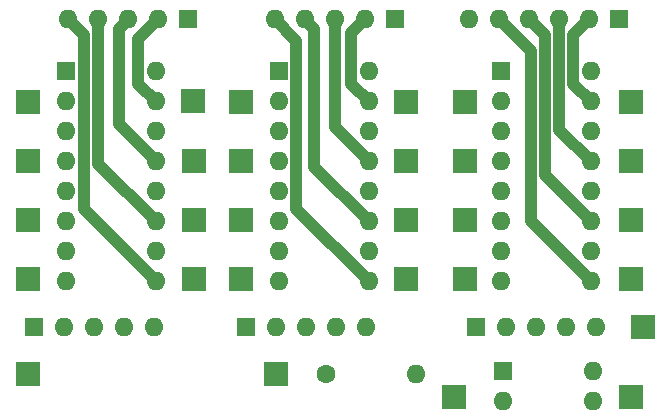
<source format=gbr>
%TF.GenerationSoftware,KiCad,Pcbnew,8.0.8-8.0.8-0~ubuntu22.04.1*%
%TF.CreationDate,2025-02-12T20:38:04+01:00*%
%TF.ProjectId,Optocopler,4f70746f-636f-4706-9c65-722e6b696361,rev?*%
%TF.SameCoordinates,Original*%
%TF.FileFunction,Copper,L1,Top*%
%TF.FilePolarity,Positive*%
%FSLAX46Y46*%
G04 Gerber Fmt 4.6, Leading zero omitted, Abs format (unit mm)*
G04 Created by KiCad (PCBNEW 8.0.8-8.0.8-0~ubuntu22.04.1) date 2025-02-12 20:38:04*
%MOMM*%
%LPD*%
G01*
G04 APERTURE LIST*
G04 Aperture macros list*
%AMRoundRect*
0 Rectangle with rounded corners*
0 $1 Rounding radius*
0 $2 $3 $4 $5 $6 $7 $8 $9 X,Y pos of 4 corners*
0 Add a 4 corners polygon primitive as box body*
4,1,4,$2,$3,$4,$5,$6,$7,$8,$9,$2,$3,0*
0 Add four circle primitives for the rounded corners*
1,1,$1+$1,$2,$3*
1,1,$1+$1,$4,$5*
1,1,$1+$1,$6,$7*
1,1,$1+$1,$8,$9*
0 Add four rect primitives between the rounded corners*
20,1,$1+$1,$2,$3,$4,$5,0*
20,1,$1+$1,$4,$5,$6,$7,0*
20,1,$1+$1,$6,$7,$8,$9,0*
20,1,$1+$1,$8,$9,$2,$3,0*%
G04 Aperture macros list end*
%TA.AperFunction,ComponentPad*%
%ADD10RoundRect,0.250001X-0.799999X-0.799999X0.799999X-0.799999X0.799999X0.799999X-0.799999X0.799999X0*%
%TD*%
%TA.AperFunction,ComponentPad*%
%ADD11R,1.600000X1.600000*%
%TD*%
%TA.AperFunction,ComponentPad*%
%ADD12O,1.600000X1.600000*%
%TD*%
%TA.AperFunction,ComponentPad*%
%ADD13C,1.600000*%
%TD*%
%TA.AperFunction,Conductor*%
%ADD14C,1.000000*%
%TD*%
G04 APERTURE END LIST*
D10*
%TO.P,J24,1,Pin_1*%
%TO.N,Net-(J24-Pin_1)*%
X149095000Y-98350000D03*
%TD*%
%TO.P,J17,1,Pin_1*%
%TO.N,Net-(J17-Pin_1)*%
X130095000Y-78350000D03*
%TD*%
%TO.P,J18,1,Pin_1*%
%TO.N,Net-(J18-Pin_1)*%
X130095000Y-73350000D03*
%TD*%
%TO.P,J16,1,Pin_1*%
%TO.N,Net-(J16-Pin_1)*%
X130095000Y-83350000D03*
%TD*%
%TO.P,J15,1,Pin_1*%
%TO.N,Net-(J15-Pin_1)*%
X130095000Y-88350000D03*
%TD*%
%TO.P,J13,1,Pin_1*%
%TO.N,Net-(J13-Pin_1)*%
X116095000Y-73350000D03*
%TD*%
%TO.P,J4,1,Pin_1*%
%TO.N,Net-(J4-Pin_1)*%
X98095000Y-78350000D03*
%TD*%
%TO.P,J2,1,Pin_1*%
%TO.N,Net-(J2-Pin_1)*%
X98095000Y-88350000D03*
%TD*%
%TO.P,J11,1,Pin_1*%
%TO.N,Net-(J11-Pin_1)*%
X116095000Y-83350000D03*
%TD*%
%TO.P,J8,1,Pin_1*%
%TO.N,Net-(J8-Pin_1)*%
X112095000Y-78350000D03*
%TD*%
%TO.P,J27,1,Pin_1*%
%TO.N,Net-(J27-Pin_1)*%
X149095000Y-83350000D03*
%TD*%
D11*
%TO.P,RN4,1,common*%
%TO.N,Net-(J25-Pin_1)*%
X111635000Y-66350000D03*
D12*
%TO.P,RN4,2,R1*%
%TO.N,Net-(J9-Pin_1)*%
X109095000Y-66350000D03*
%TO.P,RN4,3,R2*%
%TO.N,Net-(J8-Pin_1)*%
X106555000Y-66350000D03*
%TO.P,RN4,4,R3*%
%TO.N,Net-(J7-Pin_1)*%
X104015000Y-66350000D03*
%TO.P,RN4,5,R4*%
%TO.N,Net-(J6-Pin_1)*%
X101475000Y-66350000D03*
%TD*%
D11*
%TO.P,RN1,1,common*%
%TO.N,Net-(J1-Pin_1)*%
X98555000Y-92350000D03*
D12*
%TO.P,RN1,2,R1*%
%TO.N,Net-(RN1-R1)*%
X101095000Y-92350000D03*
%TO.P,RN1,3,R2*%
%TO.N,Net-(RN1-R2)*%
X103635000Y-92350000D03*
%TO.P,RN1,4,R3*%
%TO.N,Net-(RN1-R3)*%
X106175000Y-92350000D03*
%TO.P,RN1,5,R4*%
%TO.N,Net-(RN1-R4)*%
X108715000Y-92350000D03*
%TD*%
D10*
%TO.P,J21,1,Pin_1*%
%TO.N,Net-(J21-Pin_1)*%
X135095000Y-83350000D03*
%TD*%
%TO.P,J6,1,Pin_1*%
%TO.N,Net-(J6-Pin_1)*%
X112095000Y-88350000D03*
%TD*%
%TO.P,J7,1,Pin_1*%
%TO.N,Net-(J7-Pin_1)*%
X112095000Y-83350000D03*
%TD*%
%TO.P,J20,1,Pin_1*%
%TO.N,Net-(J20-Pin_1)*%
X135095000Y-88350000D03*
%TD*%
%TO.P,J19,1,Pin_1*%
%TO.N,Net-(J19-Pin_1)*%
X134095000Y-98350000D03*
%TD*%
D11*
%TO.P,U5,1*%
%TO.N,Net-(R1-Pad2)*%
X138295000Y-96075000D03*
D12*
%TO.P,U5,2*%
%TO.N,Net-(J19-Pin_1)*%
X138295000Y-98615000D03*
%TO.P,U5,3*%
%TO.N,Net-(J24-Pin_1)*%
X145915000Y-98615000D03*
%TO.P,U5,4*%
%TO.N,Net-(J25-Pin_1)*%
X145915000Y-96075000D03*
%TD*%
D10*
%TO.P,J1,1,Pin_1*%
%TO.N,Net-(J1-Pin_1)*%
X98095000Y-96350000D03*
%TD*%
%TO.P,J29,1,Pin_1*%
%TO.N,Net-(J29-Pin_1)*%
X149095000Y-73350000D03*
%TD*%
D11*
%TO.P,U6,1*%
%TO.N,Net-(RN3-R4)*%
X138095000Y-70750000D03*
D12*
%TO.P,U6,2*%
%TO.N,Net-(J23-Pin_1)*%
X138095000Y-73290000D03*
%TO.P,U6,3*%
%TO.N,Net-(RN3-R3)*%
X138095000Y-75830000D03*
%TO.P,U6,4*%
%TO.N,Net-(J22-Pin_1)*%
X138095000Y-78370000D03*
%TO.P,U6,5*%
%TO.N,Net-(RN3-R2)*%
X138095000Y-80910000D03*
%TO.P,U6,6*%
%TO.N,Net-(J21-Pin_1)*%
X138095000Y-83450000D03*
%TO.P,U6,7*%
%TO.N,Net-(RN3-R1)*%
X138095000Y-85990000D03*
%TO.P,U6,8*%
%TO.N,Net-(J20-Pin_1)*%
X138095000Y-88530000D03*
%TO.P,U6,9*%
%TO.N,Net-(J26-Pin_1)*%
X145715000Y-88530000D03*
%TO.P,U6,10*%
%TO.N,Net-(J25-Pin_1)*%
X145715000Y-85990000D03*
%TO.P,U6,11*%
%TO.N,Net-(J27-Pin_1)*%
X145715000Y-83450000D03*
%TO.P,U6,12*%
%TO.N,Net-(J25-Pin_1)*%
X145715000Y-80910000D03*
%TO.P,U6,13*%
%TO.N,Net-(J28-Pin_1)*%
X145715000Y-78370000D03*
%TO.P,U6,14*%
%TO.N,Net-(J25-Pin_1)*%
X145715000Y-75830000D03*
%TO.P,U6,15*%
%TO.N,Net-(J29-Pin_1)*%
X145715000Y-73290000D03*
%TO.P,U6,16*%
%TO.N,Net-(J25-Pin_1)*%
X145715000Y-70750000D03*
%TD*%
D11*
%TO.P,RN6,1,common*%
%TO.N,Net-(J25-Pin_1)*%
X129095000Y-66350000D03*
D12*
%TO.P,RN6,2,R1*%
%TO.N,Net-(J18-Pin_1)*%
X126555000Y-66350000D03*
%TO.P,RN6,3,R2*%
%TO.N,Net-(J17-Pin_1)*%
X124015000Y-66350000D03*
%TO.P,RN6,4,R3*%
%TO.N,Net-(J16-Pin_1)*%
X121475000Y-66350000D03*
%TO.P,RN6,5,R4*%
%TO.N,Net-(J15-Pin_1)*%
X118935000Y-66350000D03*
%TD*%
D11*
%TO.P,RN3,1,common*%
%TO.N,Net-(J1-Pin_1)*%
X135995000Y-92350000D03*
D12*
%TO.P,RN3,2,R1*%
%TO.N,Net-(RN3-R1)*%
X138535000Y-92350000D03*
%TO.P,RN3,3,R2*%
%TO.N,Net-(RN3-R2)*%
X141075000Y-92350000D03*
%TO.P,RN3,4,R3*%
%TO.N,Net-(RN3-R3)*%
X143615000Y-92350000D03*
%TO.P,RN3,5,R4*%
%TO.N,Net-(RN3-R4)*%
X146155000Y-92350000D03*
%TD*%
D10*
%TO.P,J10,1,Pin_1*%
%TO.N,Net-(J10-Pin_1)*%
X116095000Y-88350000D03*
%TD*%
%TO.P,J28,1,Pin_1*%
%TO.N,Net-(J28-Pin_1)*%
X149095000Y-78350000D03*
%TD*%
%TO.P,J25,1,Pin_1*%
%TO.N,Net-(J25-Pin_1)*%
X150095000Y-92350000D03*
%TD*%
%TO.P,J9,1,Pin_1*%
%TO.N,Net-(J9-Pin_1)*%
X112035000Y-73290000D03*
%TD*%
%TO.P,J23,1,Pin_1*%
%TO.N,Net-(J23-Pin_1)*%
X135095000Y-73350000D03*
%TD*%
D13*
%TO.P,R1,1*%
%TO.N,Net-(J14-Pin_1)*%
X123285000Y-96350000D03*
D12*
%TO.P,R1,2*%
%TO.N,Net-(R1-Pad2)*%
X130905000Y-96350000D03*
%TD*%
D11*
%TO.P,RN5,1,common*%
%TO.N,Net-(J25-Pin_1)*%
X148095000Y-66350000D03*
D12*
%TO.P,RN5,2,R1*%
%TO.N,Net-(J29-Pin_1)*%
X145555000Y-66350000D03*
%TO.P,RN5,3,R2*%
%TO.N,Net-(J28-Pin_1)*%
X143015000Y-66350000D03*
%TO.P,RN5,4,R3*%
%TO.N,Net-(J27-Pin_1)*%
X140475000Y-66350000D03*
%TO.P,RN5,5,R4*%
%TO.N,Net-(J26-Pin_1)*%
X137935000Y-66350000D03*
%TO.P,RN5,6,R5*%
%TO.N,Net-(J24-Pin_1)*%
X135395000Y-66350000D03*
%TD*%
D11*
%TO.P,RN2,1,common*%
%TO.N,Net-(J1-Pin_1)*%
X116555000Y-92350000D03*
D12*
%TO.P,RN2,2,R1*%
%TO.N,Net-(RN2-R1)*%
X119095000Y-92350000D03*
%TO.P,RN2,3,R2*%
%TO.N,Net-(RN2-R2)*%
X121635000Y-92350000D03*
%TO.P,RN2,4,R3*%
%TO.N,Net-(RN2-R3)*%
X124175000Y-92350000D03*
%TO.P,RN2,5,R4*%
%TO.N,Net-(RN2-R4)*%
X126715000Y-92350000D03*
%TD*%
D11*
%TO.P,U4,1*%
%TO.N,Net-(RN2-R4)*%
X119295000Y-70750000D03*
D12*
%TO.P,U4,2*%
%TO.N,Net-(J13-Pin_1)*%
X119295000Y-73290000D03*
%TO.P,U4,3*%
%TO.N,Net-(RN2-R3)*%
X119295000Y-75830000D03*
%TO.P,U4,4*%
%TO.N,Net-(J12-Pin_1)*%
X119295000Y-78370000D03*
%TO.P,U4,5*%
%TO.N,Net-(RN2-R2)*%
X119295000Y-80910000D03*
%TO.P,U4,6*%
%TO.N,Net-(J11-Pin_1)*%
X119295000Y-83450000D03*
%TO.P,U4,7*%
%TO.N,Net-(RN2-R1)*%
X119295000Y-85990000D03*
%TO.P,U4,8*%
%TO.N,Net-(J10-Pin_1)*%
X119295000Y-88530000D03*
%TO.P,U4,9*%
%TO.N,Net-(J15-Pin_1)*%
X126915000Y-88530000D03*
%TO.P,U4,10*%
%TO.N,Net-(J25-Pin_1)*%
X126915000Y-85990000D03*
%TO.P,U4,11*%
%TO.N,Net-(J16-Pin_1)*%
X126915000Y-83450000D03*
%TO.P,U4,12*%
%TO.N,Net-(J25-Pin_1)*%
X126915000Y-80910000D03*
%TO.P,U4,13*%
%TO.N,Net-(J17-Pin_1)*%
X126915000Y-78370000D03*
%TO.P,U4,14*%
%TO.N,Net-(J25-Pin_1)*%
X126915000Y-75830000D03*
%TO.P,U4,15*%
%TO.N,Net-(J18-Pin_1)*%
X126915000Y-73290000D03*
%TO.P,U4,16*%
%TO.N,Net-(J25-Pin_1)*%
X126915000Y-70750000D03*
%TD*%
D10*
%TO.P,J5,1,Pin_1*%
%TO.N,Net-(J5-Pin_1)*%
X98095000Y-73350000D03*
%TD*%
%TO.P,J22,1,Pin_1*%
%TO.N,Net-(J22-Pin_1)*%
X135095000Y-78350000D03*
%TD*%
%TO.P,J3,1,Pin_1*%
%TO.N,Net-(J3-Pin_1)*%
X98095000Y-83350000D03*
%TD*%
%TO.P,J14,1,Pin_1*%
%TO.N,Net-(J14-Pin_1)*%
X119095000Y-96350000D03*
%TD*%
%TO.P,J12,1,Pin_1*%
%TO.N,Net-(J12-Pin_1)*%
X116095000Y-78350000D03*
%TD*%
D11*
%TO.P,U1,1*%
%TO.N,Net-(RN1-R4)*%
X101295000Y-70750000D03*
D12*
%TO.P,U1,2*%
%TO.N,Net-(J5-Pin_1)*%
X101295000Y-73290000D03*
%TO.P,U1,3*%
%TO.N,Net-(RN1-R3)*%
X101295000Y-75830000D03*
%TO.P,U1,4*%
%TO.N,Net-(J4-Pin_1)*%
X101295000Y-78370000D03*
%TO.P,U1,5*%
%TO.N,Net-(RN1-R2)*%
X101295000Y-80910000D03*
%TO.P,U1,6*%
%TO.N,Net-(J3-Pin_1)*%
X101295000Y-83450000D03*
%TO.P,U1,7*%
%TO.N,Net-(RN1-R1)*%
X101295000Y-85990000D03*
%TO.P,U1,8*%
%TO.N,Net-(J2-Pin_1)*%
X101295000Y-88530000D03*
%TO.P,U1,9*%
%TO.N,Net-(J6-Pin_1)*%
X108915000Y-88530000D03*
%TO.P,U1,10*%
%TO.N,Net-(J25-Pin_1)*%
X108915000Y-85990000D03*
%TO.P,U1,11*%
%TO.N,Net-(J7-Pin_1)*%
X108915000Y-83450000D03*
%TO.P,U1,12*%
%TO.N,Net-(J25-Pin_1)*%
X108915000Y-80910000D03*
%TO.P,U1,13*%
%TO.N,Net-(J8-Pin_1)*%
X108915000Y-78370000D03*
%TO.P,U1,14*%
%TO.N,Net-(J25-Pin_1)*%
X108915000Y-75830000D03*
%TO.P,U1,15*%
%TO.N,Net-(J9-Pin_1)*%
X108915000Y-73290000D03*
%TO.P,U1,16*%
%TO.N,Net-(J25-Pin_1)*%
X108915000Y-70750000D03*
%TD*%
D10*
%TO.P,J26,1,Pin_1*%
%TO.N,Net-(J26-Pin_1)*%
X149095000Y-88350000D03*
%TD*%
D14*
%TO.N,Net-(J16-Pin_1)*%
X122274999Y-78809999D02*
X126915000Y-83450000D01*
X121475000Y-66350000D02*
X122274999Y-67149999D01*
X122274999Y-67149999D02*
X122274999Y-78809999D01*
%TO.N,Net-(J6-Pin_1)*%
X102795000Y-82410000D02*
X108915000Y-88530000D01*
X102795000Y-67670000D02*
X102795000Y-82410000D01*
X101475000Y-66350000D02*
X102795000Y-67670000D01*
%TO.N,Net-(J7-Pin_1)*%
X104015000Y-66350000D02*
X104015000Y-78550000D01*
X104015000Y-78550000D02*
X108915000Y-83450000D01*
%TO.N,Net-(J8-Pin_1)*%
X105755001Y-75210001D02*
X108915000Y-78370000D01*
X105755001Y-67149999D02*
X105755001Y-75210001D01*
X106555000Y-66350000D02*
X105755001Y-67149999D01*
%TO.N,Net-(J9-Pin_1)*%
X107415000Y-71790000D02*
X108915000Y-73290000D01*
X109095000Y-66350000D02*
X107415000Y-68030000D01*
X107415000Y-68030000D02*
X107415000Y-71790000D01*
%TO.N,Net-(J15-Pin_1)*%
X118935000Y-66350000D02*
X120795000Y-68210000D01*
X120795000Y-68210000D02*
X120795000Y-82410000D01*
X120795000Y-82410000D02*
X126915000Y-88530000D01*
%TO.N,Net-(J18-Pin_1)*%
X125415000Y-71790000D02*
X126915000Y-73290000D01*
X126555000Y-66350000D02*
X125415000Y-67490000D01*
X125415000Y-67490000D02*
X125415000Y-71790000D01*
%TO.N,Net-(J26-Pin_1)*%
X137935000Y-66350000D02*
X140615000Y-69030000D01*
X140615000Y-83430000D02*
X145715000Y-88530000D01*
X140615000Y-69030000D02*
X140615000Y-83430000D01*
%TO.N,Net-(J27-Pin_1)*%
X140475000Y-66350000D02*
X141815000Y-67690000D01*
X141815000Y-67690000D02*
X141815000Y-79550000D01*
X141815000Y-79550000D02*
X145715000Y-83450000D01*
%TO.N,Net-(J28-Pin_1)*%
X143015000Y-66350000D02*
X143015000Y-75670000D01*
X143015000Y-75670000D02*
X145715000Y-78370000D01*
%TO.N,Net-(J29-Pin_1)*%
X145555000Y-66350000D02*
X144215000Y-67690000D01*
X144215000Y-67690000D02*
X144215000Y-71790000D01*
X144215000Y-71790000D02*
X145715000Y-73290000D01*
%TO.N,Net-(J17-Pin_1)*%
X124015000Y-66350000D02*
X124015000Y-75470000D01*
X124015000Y-75470000D02*
X126915000Y-78370000D01*
%TD*%
M02*

</source>
